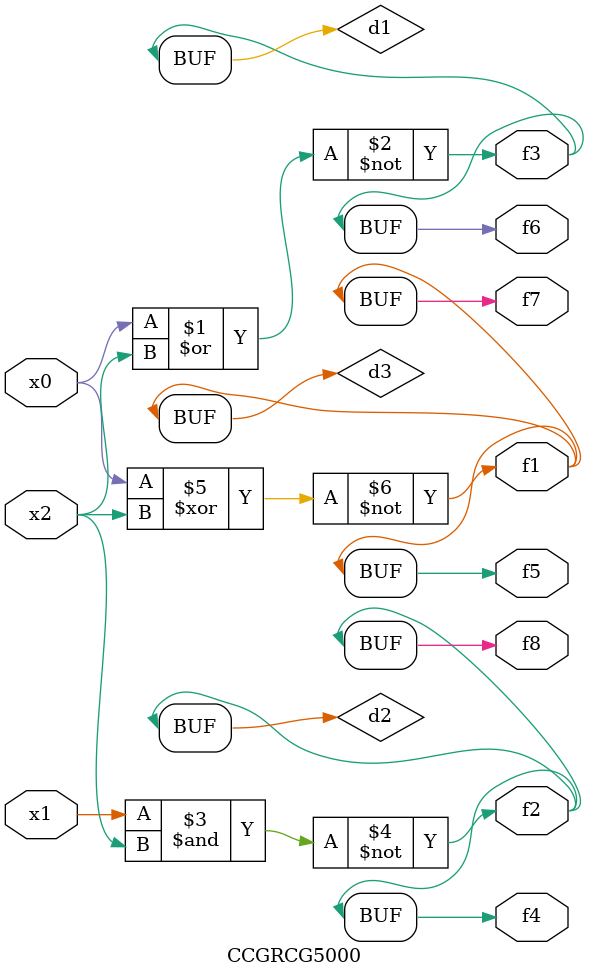
<source format=v>
module CCGRCG5000(
	input x0, x1, x2,
	output f1, f2, f3, f4, f5, f6, f7, f8
);

	wire d1, d2, d3;

	nor (d1, x0, x2);
	nand (d2, x1, x2);
	xnor (d3, x0, x2);
	assign f1 = d3;
	assign f2 = d2;
	assign f3 = d1;
	assign f4 = d2;
	assign f5 = d3;
	assign f6 = d1;
	assign f7 = d3;
	assign f8 = d2;
endmodule

</source>
